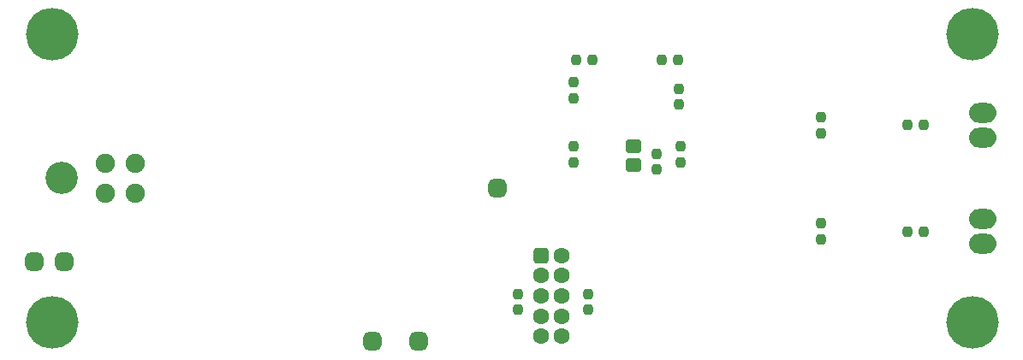
<source format=gbs>
G04*
G04 #@! TF.GenerationSoftware,Altium Limited,Altium Designer,19.0.5 (141)*
G04*
G04 Layer_Color=16711935*
%FSLAX43Y43*%
%MOMM*%
G71*
G01*
G75*
G04:AMPARAMS|DCode=16|XSize=1.003mm|YSize=1.003mm|CornerRadius=0.302mm|HoleSize=0mm|Usage=FLASHONLY|Rotation=180.000|XOffset=0mm|YOffset=0mm|HoleType=Round|Shape=RoundedRectangle|*
%AMROUNDEDRECTD16*
21,1,1.003,0.400,0,0,180.0*
21,1,0.400,1.003,0,0,180.0*
1,1,0.603,-0.200,0.200*
1,1,0.603,0.200,0.200*
1,1,0.603,0.200,-0.200*
1,1,0.603,-0.200,-0.200*
%
%ADD16ROUNDEDRECTD16*%
G04:AMPARAMS|DCode=26|XSize=1.603mm|YSize=1.403mm|CornerRadius=0.402mm|HoleSize=0mm|Usage=FLASHONLY|Rotation=180.000|XOffset=0mm|YOffset=0mm|HoleType=Round|Shape=RoundedRectangle|*
%AMROUNDEDRECTD26*
21,1,1.603,0.600,0,0,180.0*
21,1,0.800,1.403,0,0,180.0*
1,1,0.803,-0.400,0.300*
1,1,0.803,0.400,0.300*
1,1,0.803,0.400,-0.300*
1,1,0.803,-0.400,-0.300*
%
%ADD26ROUNDEDRECTD26*%
G04:AMPARAMS|DCode=27|XSize=1.003mm|YSize=1.003mm|CornerRadius=0.302mm|HoleSize=0mm|Usage=FLASHONLY|Rotation=270.000|XOffset=0mm|YOffset=0mm|HoleType=Round|Shape=RoundedRectangle|*
%AMROUNDEDRECTD27*
21,1,1.003,0.400,0,0,270.0*
21,1,0.400,1.003,0,0,270.0*
1,1,0.603,-0.200,-0.200*
1,1,0.603,-0.200,0.200*
1,1,0.603,0.200,0.200*
1,1,0.603,0.200,-0.200*
%
%ADD27ROUNDEDRECTD27*%
%ADD32C,1.603*%
G04:AMPARAMS|DCode=33|XSize=1.603mm|YSize=1.603mm|CornerRadius=0.452mm|HoleSize=0mm|Usage=FLASHONLY|Rotation=0.000|XOffset=0mm|YOffset=0mm|HoleType=Round|Shape=RoundedRectangle|*
%AMROUNDEDRECTD33*
21,1,1.603,0.700,0,0,0.0*
21,1,0.700,1.603,0,0,0.0*
1,1,0.903,0.350,-0.350*
1,1,0.903,-0.350,-0.350*
1,1,0.903,-0.350,0.350*
1,1,0.903,0.350,0.350*
%
%ADD33ROUNDEDRECTD33*%
%ADD34O,2.703X1.953*%
%ADD35C,1.903*%
%ADD36C,3.203*%
G04:AMPARAMS|DCode=37|XSize=1.803mm|YSize=1.803mm|CornerRadius=0.502mm|HoleSize=0mm|Usage=FLASHONLY|Rotation=0.000|XOffset=0mm|YOffset=0mm|HoleType=Round|Shape=RoundedRectangle|*
%AMROUNDEDRECTD37*
21,1,1.803,0.800,0,0,0.0*
21,1,0.800,1.803,0,0,0.0*
1,1,1.003,0.400,-0.400*
1,1,1.003,-0.400,-0.400*
1,1,1.003,-0.400,0.400*
1,1,1.003,0.400,0.400*
%
%ADD37ROUNDEDRECTD37*%
%ADD38C,5.203*%
D16*
X53000Y1212D02*
D03*
Y2787D02*
D03*
X46000Y1212D02*
D03*
Y2787D02*
D03*
X59769Y15113D02*
D03*
Y16688D02*
D03*
X62103Y15849D02*
D03*
Y17424D02*
D03*
X61976Y23139D02*
D03*
Y21565D02*
D03*
X51500Y23774D02*
D03*
Y22199D02*
D03*
Y15849D02*
D03*
Y17424D02*
D03*
X76000Y18712D02*
D03*
Y20288D02*
D03*
Y8229D02*
D03*
Y9804D02*
D03*
D26*
X57500Y17450D02*
D03*
Y15550D02*
D03*
D27*
X61875Y26000D02*
D03*
X60299D02*
D03*
X53357D02*
D03*
X51783D02*
D03*
X86132Y9000D02*
D03*
X84557D02*
D03*
X86132Y19500D02*
D03*
X84557D02*
D03*
D32*
X48325Y600D02*
D03*
Y-1400D02*
D03*
Y4600D02*
D03*
X50325Y600D02*
D03*
Y-1400D02*
D03*
Y6600D02*
D03*
Y4600D02*
D03*
X48325Y2600D02*
D03*
X50325D02*
D03*
D33*
X48325Y6600D02*
D03*
D34*
X92000Y7750D02*
D03*
Y10250D02*
D03*
Y18250D02*
D03*
Y20750D02*
D03*
D35*
X5217Y15750D02*
D03*
Y12750D02*
D03*
X8217Y15750D02*
D03*
Y12750D02*
D03*
D36*
X917Y14250D02*
D03*
D37*
X44000Y13304D02*
D03*
X1201Y6000D02*
D03*
X31623Y-1905D02*
D03*
X-1794Y6000D02*
D03*
X36195Y-1905D02*
D03*
D38*
X91000Y0D02*
D03*
X0D02*
D03*
Y28500D02*
D03*
X91000D02*
D03*
M02*

</source>
